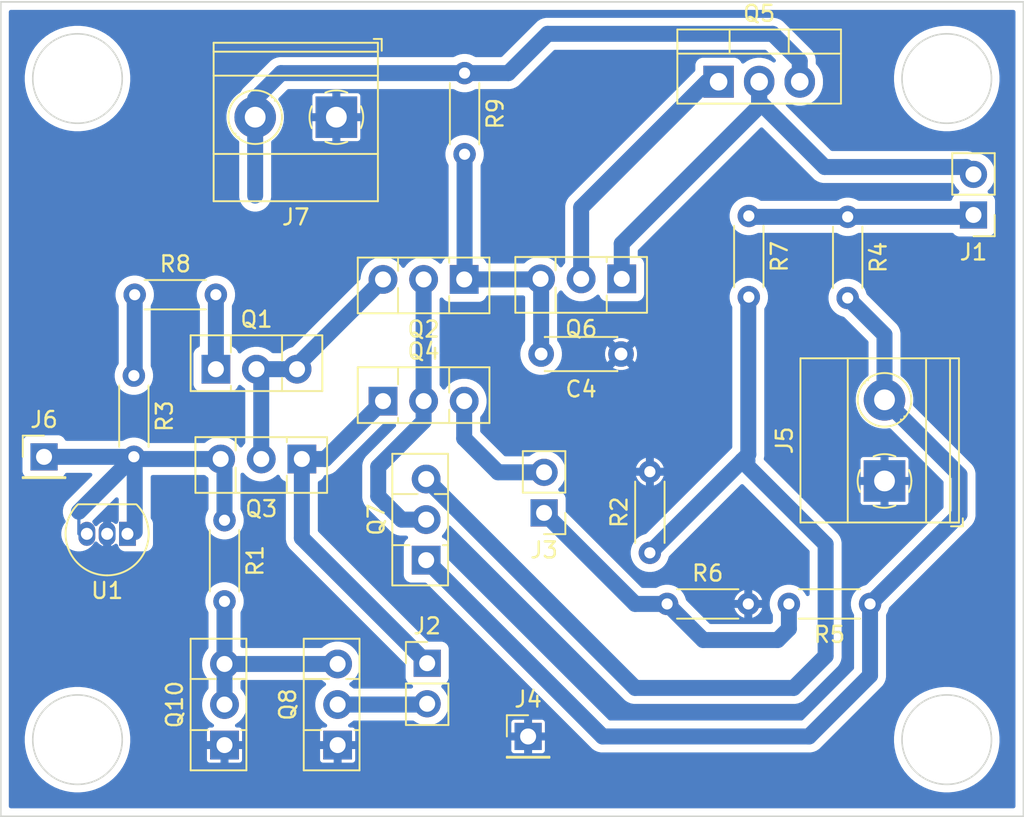
<source format=kicad_pcb>
(kicad_pcb (version 20241229) (generator "pcbnew") (generator_version "9.0")
  (layers (0 "F.Cu" signal) (2 "B.Cu" signal) (13 "F.Paste" user) (15 "B.Paste" user) (5 "F.SilkS" user "F.Silkscreen") (7 "B.SilkS" user "B.Silkscreen") (1 "F.Mask" user) (3 "B.Mask" user) (25 "Edge.Cuts" user))
  (net 0 "")
  (net 1 "Net-(Q2-E)")
  (net 2 "GND")
  (net 3 "Net-(J5-Pin_2)")
  (net 4 "Net-(J7-Pin_2)")
  (net 5 "Net-(J6-Pin_1)")
  (net 6 "Net-(J1-Pin_1)")
  (net 7 "Net-(Q1-B)")
  (net 8 "Net-(Q7-B)")
  (net 9 "Net-(Q10-B)")
  (net 10 "Net-(Q1-E)")
  (net 11 "Net-(Q2-C)")
  (net 12 "Net-(Q5-B)")
  (net 13 "Net-(J2-Pin_1)")
  (net 14 "Net-(J3-Pin_1)")
  (net 15 "Net-(J3-Pin_2)")
  (net 16 "Net-(J2-Pin_2)")
  (net 17 "Net-(J1-Pin_2)")
  (footprint "Resistor_THT:R_Axial_DIN0204_L3.6mm_D1.6mm_P5.08mm_Horizontal" (layer "F.Cu") (at 157.81158 56.406198 -90)
    (property "Reference" "R7" (at 2.54 -1.92 90) (layer "F.SilkS"))
    (property "Value" "470")
    (fp_line (start 0.62 0.92) (end 4.46 0.92) (stroke (width 0.12)) (layer "F.SilkS"))
    (fp_line (start 0.62 -0.92) (end 4.46 -0.92) (stroke (width 0.12)) (layer "F.SilkS"))
    (pad "1" thru_hole circle (at 0 0 270) (size 1.4 1.4) (drill 0.7) (layers "*.Cu" "*.Mask") (net 6 "Net-(J1-Pin_1)"))
    (pad "2" thru_hole oval (at 5.08 0 270) (size 1.4 1.4) (drill 0.7) (layers "*.Cu" "*.Mask") (net 8 "Net-(Q7-B)"))
  )
  (footprint "Connector_PinHeader_2.54mm:PinHeader_1x01_P2.54mm_Vertical" (layer "F.Cu") (at 144 89)
    (property "Reference" "J4" (at 0 -2.33 0) (layer "F.SilkS"))
    (property "Value" "gnd")
    (fp_line (start -1.33 -1.33) (end 0 -1.33) (stroke (width 0.12)) (layer "F.SilkS"))
    (fp_line (start -1.33 0) (end -1.33 -1.33) (stroke (width 0.12)) (layer "F.SilkS"))
    (fp_line (start -1.33 1.27) (end -1.33 1.33) (stroke (width 0.12)) (layer "F.SilkS"))
    (fp_line (start -1.33 1.27) (end 1.33 1.27) (stroke (width 0.12)) (layer "F.SilkS"))
    (fp_line (start -1.33 1.33) (end 1.33 1.33) (stroke (width 0.12)) (layer "F.SilkS"))
    (fp_line (start 1.33 1.27) (end 1.33 1.33) (stroke (width 0.12)) (layer "F.SilkS"))
    (pad "1" thru_hole rect (at 0 0) (size 1.7 1.7) (drill 1) (layers "*.Cu" "*.Mask") (net 2 "GND"))
  )
  (footprint "Connector_PinHeader_2.54mm:PinHeader_1x02_P2.54mm_Vertical" (layer "F.Cu") (at 171.873028 56.342226 180)
    (property "Reference" "J1" (at 0 -2.33 0) (layer "F.SilkS"))
    (property "Value" "I1")
    (fp_line (start 1.33 1.27) (end 1.33 3.87) (stroke (width 0.12)) (layer "F.SilkS"))
    (fp_line (start -1.33 3.87) (end 1.33 3.87) (stroke (width 0.12)) (layer "F.SilkS"))
    (fp_line (start -1.33 1.27) (end 1.33 1.27) (stroke (width 0.12)) (layer "F.SilkS"))
    (fp_line (start -1.33 1.27) (end -1.33 3.87) (stroke (width 0.12)) (layer "F.SilkS"))
    (fp_line (start -1.33 0) (end -1.33 -1.33) (stroke (width 0.12)) (layer "F.SilkS"))
    (fp_line (start -1.33 -1.33) (end 0 -1.33) (stroke (width 0.12)) (layer "F.SilkS"))
    (pad "1" thru_hole rect (at 0 0 180) (size 1.7 1.7) (drill 1) (layers "*.Cu" "*.Mask") (net 6 "Net-(J1-Pin_1)"))
    (pad "2" thru_hole oval (at 0 2.54 180) (size 1.7 1.7) (drill 1) (layers "*.Cu" "*.Mask") (net 17 "Net-(J1-Pin_2)"))
  )
  (footprint "Capacitor_THT:C_Disc_D4.3mm_W1.9mm_P5.00mm" (layer "F.Cu") (at 149.815442 65.052171 180)
    (property "Reference" "C4" (at 2.5 -2.2 0) (layer "F.SilkS"))
    (property "Value" "330n")
    (fp_line (start 4.77 1.055) (end 4.77 1.07) (stroke (width 0.12)) (layer "F.SilkS"))
    (fp_line (start 4.77 -1.07) (end 4.77 -1.055) (stroke (width 0.12)) (layer "F.SilkS"))
    (fp_line (start 0.23 1.07) (end 4.77 1.07) (stroke (width 0.12)) (layer "F.SilkS"))
    (fp_line (start 0.23 1.055) (end 0.23 1.07) (stroke (width 0.12)) (layer "F.SilkS"))
    (fp_line (start 0.23 -1.07) (end 4.77 -1.07) (stroke (width 0.12)) (layer "F.SilkS"))
    (fp_line (start 0.23 -1.07) (end 0.23 -1.055) (stroke (width 0.12)) (layer "F.SilkS"))
    (pad "1" thru_hole circle (at 0 0 180) (size 1.6 1.6) (drill 0.8) (layers "*.Cu" "*.Mask") (net 2 "GND"))
    (pad "2" thru_hole circle (at 5 0 180) (size 1.6 1.6) (drill 0.8) (layers "*.Cu" "*.Mask") (net 11 "Net-(Q2-C)"))
  )
  (footprint "Package_TO_SOT_THT:TO-126-3_Vertical" (layer "F.Cu") (at 125 89.54 90)
    (property "Reference" "Q10" (at 2.54 -3.12 90) (layer "F.SilkS"))
    (property "Value" "BD139")
    (fp_line (start 6.66 -2.12) (end 6.66 1.37) (stroke (width 0.12)) (layer "F.SilkS"))
    (fp_line (start 4.141 -2.12) (end 4.141 -0.54) (stroke (width 0.12)) (layer "F.SilkS"))
    (fp_line (start 0.94 -2.12) (end 0.94 -1.05) (stroke (width 0.12)) (layer "F.SilkS"))
    (fp_line (start -1.58 -2.12) (end 6.66 -2.12) (stroke (width 0.12)) (layer "F.SilkS"))
    (fp_line (start -1.58 -2.12) (end -1.58 1.37) (stroke (width 0.12)) (layer "F.SilkS"))
    (fp_line (start 4.141 0.54) (end 4.141 1.37) (stroke (width 0.12)) (layer "F.SilkS"))
    (fp_line (start 0.94 1.05) (end 0.94 1.37) (stroke (width 0.12)) (layer "F.SilkS"))
    (fp_line (start -1.58 1.37) (end 6.66 1.37) (stroke (width 0.12)) (layer "F.SilkS"))
    (pad "1" thru_hole rect (at 0 0 90) (size 1.8 1.8) (drill 1) (layers "*.Cu" "*.Mask") (net 2 "GND"))
    (pad "2" thru_hole oval (at 2.54 0 90) (size 1.8 1.8) (drill 1) (layers "*.Cu" "*.Mask") (net 9 "Net-(Q10-B)"))
    (pad "3" thru_hole oval (at 5.08 0 90) (size 1.8 1.8) (drill 1) (layers "*.Cu" "*.Mask") (net 9 "Net-(Q10-B)"))
  )
  (footprint "Connector_PinHeader_2.54mm:PinHeader_1x02_P2.54mm_Vertical" (layer "F.Cu") (at 145 75 180)
    (property "Reference" "J3" (at 0 -2.33 0) (layer "F.SilkS"))
    (property "Value" "I3")
    (fp_line (start 1.33 1.27) (end 1.33 3.87) (stroke (width 0.12)) (layer "F.SilkS"))
    (fp_line (start -1.33 3.87) (end 1.33 3.87) (stroke (width 0.12)) (layer "F.SilkS"))
    (fp_line (start -1.33 1.27) (end 1.33 1.27) (stroke (width 0.12)) (layer "F.SilkS"))
    (fp_line (start -1.33 1.27) (end -1.33 3.87) (stroke (width 0.12)) (layer "F.SilkS"))
    (fp_line (start -1.33 0) (end -1.33 -1.33) (stroke (width 0.12)) (layer "F.SilkS"))
    (fp_line (start -1.33 -1.33) (end 0 -1.33) (stroke (width 0.12)) (layer "F.SilkS"))
    (pad "1" thru_hole rect (at 0 0 180) (size 1.7 1.7) (drill 1) (layers "*.Cu" "*.Mask") (net 14 "Net-(J3-Pin_1)"))
    (pad "2" thru_hole oval (at 0 2.54 180) (size 1.7 1.7) (drill 1) (layers "*.Cu" "*.Mask") (net 15 "Net-(J3-Pin_2)"))
  )
  (footprint "TerminalBlock_Phoenix:TerminalBlock_Phoenix_MKDS-1,5-2-5.08_1x02_P5.08mm_Horizontal" (layer "F.Cu") (at 132 50.22 180)
    (property "Reference" "J7" (at 2.54 -6.26 0) (layer "F.SilkS"))
    (property "Value" "in")
    (fp_line (start 7.68 -5.261) (end 7.68 4.66) (stroke (width 0.12)) (layer "F.SilkS"))
    (fp_line (start 6.355 -1.069) (end 6.308 -1.023) (stroke (width 0.12)) (layer "F.SilkS"))
    (fp_line (start 6.15 -1.275) (end 6.115 -1.239) (stroke (width 0.12)) (layer "F.SilkS"))
    (fp_line (start 4.046 1.239) (end 4.011 1.274) (stroke (width 0.12)) (layer "F.SilkS"))
    (fp_line (start 3.853 1.023) (end 3.806 1.069) (stroke (width 0.12)) (layer "F.SilkS"))
    (fp_line (start -2.6 4.66) (end 7.68 4.66) (stroke (width 0.12)) (layer "F.SilkS"))
    (fp_line (start -2.6 4.1) (end 7.68 4.1) (stroke (width 0.12)) (layer "F.SilkS"))
    (fp_line (start -2.6 2.6) (end 7.68 2.6) (stroke (width 0.12)) (layer "F.SilkS"))
    (fp_line (start -2.6 -2.301) (end 7.68 -2.301) (stroke (width 0.12)) (layer "F.SilkS"))
    (fp_line (start -2.6 -5.261) (end 7.68 -5.261) (stroke (width 0.12)) (layer "F.SilkS"))
    (fp_line (start -2.6 -5.261) (end -2.6 4.66) (stroke (width 0.12)) (layer "F.SilkS"))
    (fp_line (start -2.84 4.9) (end -2.34 4.9) (stroke (width 0.12)) (layer "F.SilkS"))
    (fp_line (start -2.84 4.16) (end -2.84 4.9) (stroke (width 0.12)) (layer "F.SilkS"))
    (fp_arc (start 1.535427 -0.683042) (mid 1.680501 0.000524) (end 1.535 0.684) (stroke (width 0.12)) (layer "F.SilkS"))
    (fp_arc (start 0.683318 1.534756) (mid 0.349292 1.643288) (end 0 1.68) (stroke (width 0.12)) (layer "F.SilkS"))
    (fp_arc (start 0.028805 1.680253) (mid -0.335551 1.646659) (end -0.684 1.535) (stroke (width 0.12)) (layer "F.SilkS"))
    (fp_arc (start -0.683042 -1.535427) (mid 0.000524 -1.680501) (end 0.684 -1.535) (stroke (width 0.12)) (layer "F.SilkS"))
    (fp_arc (start -1.535427 0.683042) (mid -1.680501 -0.000524) (end -1.535 -0.684) (stroke (width 0.12)) (layer "F.SilkS"))
    (fp_circle (center 5.08 0) (end 6.76 0) (stroke (width 0.12)) (fill no) (layer "F.SilkS"))
    (pad "1" thru_hole rect (at 0 0 180) (size 2.6 2.6) (drill 1.3) (layers "*.Cu" "*.Mask") (net 2 "GND"))
    (pad "2" thru_hole circle (at 5.08 0 180) (size 2.6 2.6) (drill 1.3) (layers "*.Cu" "*.Mask") (net 4 "Net-(J7-Pin_2)"))
  )
  (footprint "Resistor_THT:R_Axial_DIN0204_L3.6mm_D1.6mm_P5.08mm_Horizontal" (layer "F.Cu") (at 140.024854 47.46 -90)
    (property "Reference" "R9" (at 2.54 -1.92 90) (layer "F.SilkS"))
    (property "Value" "100")
    (fp_line (start 0.62 0.92) (end 4.46 0.92) (stroke (width 0.12)) (layer "F.SilkS"))
    (fp_line (start 0.62 -0.92) (end 4.46 -0.92) (stroke (width 0.12)) (layer "F.SilkS"))
    (pad "1" thru_hole circle (at 0 0 270) (size 1.4 1.4) (drill 0.7) (layers "*.Cu" "*.Mask") (net 4 "Net-(J7-Pin_2)"))
    (pad "2" thru_hole oval (at 5.08 0 270) (size 1.4 1.4) (drill 0.7) (layers "*.Cu" "*.Mask") (net 1 "Net-(Q2-E)"))
  )
  (footprint "Package_TO_SOT_THT:TO-220-3_Vertical" (layer "F.Cu") (at 155.92 48)
    (property "Reference" "Q5" (at 2.54 -4.27 0) (layer "F.SilkS"))
    (property "Value" "TIP42C")
    (fp_line (start -2.58 -3.27) (end -2.58 1.371) (stroke (width 0.12)) (layer "F.SilkS"))
    (fp_line (start -2.58 -3.27) (end 7.66 -3.27) (stroke (width 0.12)) (layer "F.SilkS"))
    (fp_line (start -2.58 -1.76) (end 7.66 -1.76) (stroke (width 0.12)) (layer "F.SilkS"))
    (fp_line (start -2.58 1.371) (end 7.66 1.371) (stroke (width 0.12)) (layer "F.SilkS"))
    (fp_line (start 0.69 -3.27) (end 0.69 -1.76) (stroke (width 0.12)) (layer "F.SilkS"))
    (fp_line (start 4.391 -3.27) (end 4.391 -1.76) (stroke (width 0.12)) (layer "F.SilkS"))
    (fp_line (start 7.66 -3.27) (end 7.66 1.371) (stroke (width 0.12)) (layer "F.SilkS"))
    (pad "1" thru_hole rect (at 0 0) (size 1.905 2) (drill 1.1) (layers "*.Cu" "*.Mask") (net 12 "Net-(Q5-B)"))
    (pad "2" thru_hole oval (at 2.54 0) (size 1.905 2) (drill 1.1) (layers "*.Cu" "*.Mask") (net 17 "Net-(J1-Pin_2)"))
    (pad "3" thru_hole oval (at 5.08 0) (size 1.905 2) (drill 1.1) (layers "*.Cu" "*.Mask") (net 4 "Net-(J7-Pin_2)"))
  )
  (footprint "Connector_PinHeader_2.54mm:PinHeader_1x01_P2.54mm_Vertical" (layer "F.Cu") (at 113.705773 71.490433)
    (property "Reference" "J6" (at 0 -2.33 0) (layer "F.SilkS"))
    (property "Value" "V1")
    (fp_line (start -1.33 -1.33) (end 0 -1.33) (stroke (width 0.12)) (layer "F.SilkS"))
    (fp_line (start -1.33 0) (end -1.33 -1.33) (stroke (width 0.12)) (layer "F.SilkS"))
    (fp_line (start -1.33 1.27) (end -1.33 1.33) (stroke (width 0.12)) (layer "F.SilkS"))
    (fp_line (start -1.33 1.27) (end 1.33 1.27) (stroke (width 0.12)) (layer "F.SilkS"))
    (fp_line (start -1.33 1.33) (end 1.33 1.33) (stroke (width 0.12)) (layer "F.SilkS"))
    (fp_line (start 1.33 1.27) (end 1.33 1.33) (stroke (width 0.12)) (layer "F.SilkS"))
    (pad "1" thru_hole rect (at 0 0) (size 1.7 1.7) (drill 1) (layers "*.Cu" "*.Mask") (net 5 "Net-(J6-Pin_1)"))
  )
  (footprint "Package_TO_SOT_THT:TO-126-3_Vertical" (layer "F.Cu") (at 129.84 71.625 180)
    (property "Reference" "Q3" (at 2.54 -3.12 0) (layer "F.SilkS"))
    (property "Value" "BD139")
    (fp_line (start 6.66 -2.12) (end 6.66 1.37) (stroke (width 0.12)) (layer "F.SilkS"))
    (fp_line (start 4.141 0.54) (end 4.141 1.37) (stroke (width 0.12)) (layer "F.SilkS"))
    (fp_line (start 4.141 -2.12) (end 4.141 -0.54) (stroke (width 0.12)) (layer "F.SilkS"))
    (fp_line (start 0.94 1.05) (end 0.94 1.37) (stroke (width 0.12)) (layer "F.SilkS"))
    (fp_line (start 0.94 -2.12) (end 0.94 -1.05) (stroke (width 0.12)) (layer "F.SilkS"))
    (fp_line (start -1.58 1.37) (end 6.66 1.37) (stroke (width 0.12)) (layer "F.SilkS"))
    (fp_line (start -1.58 -2.12) (end 6.66 -2.12) (stroke (width 0.12)) (layer "F.SilkS"))
    (fp_line (start -1.58 -2.12) (end -1.58 1.37) (stroke (width 0.12)) (layer "F.SilkS"))
    (pad "1" thru_hole rect (at 0 0 180) (size 1.8 1.8) (drill 1) (layers "*.Cu" "*.Mask") (net 13 "Net-(J2-Pin_1)"))
    (pad "2" thru_hole oval (at 2.54 0 180) (size 1.8 1.8) (drill 1) (layers "*.Cu" "*.Mask") (net 7 "Net-(Q1-B)"))
    (pad "3" thru_hole oval (at 5.08 0 180) (size 1.8 1.8) (drill 1) (layers "*.Cu" "*.Mask") (net 5 "Net-(J6-Pin_1)"))
  )
  (footprint "Package_TO_SOT_THT:TO-126-3_Vertical" (layer "F.Cu") (at 137.62 77.96 90)
    (property "Reference" "Q7" (at 2.54 -3.12 90) (layer "F.SilkS"))
    (property "Value" "BD139")
    (fp_line (start 6.66 -2.12) (end 6.66 1.37) (stroke (width 0.12)) (layer "F.SilkS"))
    (fp_line (start 4.141 -2.12) (end 4.141 -0.54) (stroke (width 0.12)) (layer "F.SilkS"))
    (fp_line (start 0.94 -2.12) (end 0.94 -1.05) (stroke (width 0.12)) (layer "F.SilkS"))
    (fp_line (start -1.58 -2.12) (end 6.66 -2.12) (stroke (width 0.12)) (layer "F.SilkS"))
    (fp_line (start -1.58 -2.12) (end -1.58 1.37) (stroke (width 0.12)) (layer "F.SilkS"))
    (fp_line (start 4.141 0.54) (end 4.141 1.37) (stroke (width 0.12)) (layer "F.SilkS"))
    (fp_line (start 0.94 1.05) (end 0.94 1.37) (stroke (width 0.12)) (layer "F.SilkS"))
    (fp_line (start -1.58 1.37) (end 6.66 1.37) (stroke (width 0.12)) (layer "F.SilkS"))
    (pad "1" thru_hole rect (at 0 0 90) (size 1.8 1.8) (drill 1) (layers "*.Cu" "*.Mask") (net 3 "Net-(J5-Pin_2)"))
    (pad "2" thru_hole oval (at 2.54 0 90) (size 1.8 1.8) (drill 1) (layers "*.Cu" "*.Mask") (net 11 "Net-(Q2-C)"))
    (pad "3" thru_hole oval (at 5.08 0 90) (size 1.8 1.8) (drill 1) (layers "*.Cu" "*.Mask") (net 8 "Net-(Q7-B)"))
  )
  (footprint "Resistor_THT:R_Axial_DIN0204_L3.6mm_D1.6mm_P5.08mm_Horizontal" (layer "F.Cu") (at 152.7 80.7)
    (property "Reference" "R6" (at 2.54 -1.92 0) (layer "F.SilkS"))
    (property "Value" "470")
    (fp_line (start 0.62 -0.92) (end 4.46 -0.92) (stroke (width 0.12)) (layer "F.SilkS"))
    (fp_line (start 0.62 0.92) (end 4.46 0.92) (stroke (width 0.12)) (layer "F.SilkS"))
    (pad "1" thru_hole circle (at 0 0) (size 1.4 1.4) (drill 0.7) (layers "*.Cu" "*.Mask") (net 14 "Net-(J3-Pin_1)"))
    (pad "2" thru_hole oval (at 5.08 0) (size 1.4 1.4) (drill 0.7) (layers "*.Cu" "*.Mask") (net 2 "GND"))
  )
  (footprint "Resistor_THT:R_Axial_DIN0204_L3.6mm_D1.6mm_P5.08mm_Horizontal" (layer "F.Cu") (at 119.38 61.336982)
    (property "Reference" "R8" (at 2.54 -1.92 0) (layer "F.SilkS"))
    (property "Value" "100")
    (fp_line (start 0.62 -0.92) (end 4.46 -0.92) (stroke (width 0.12)) (layer "F.SilkS"))
    (fp_line (start 0.62 0.92) (end 4.46 0.92) (stroke (width 0.12)) (layer "F.SilkS"))
    (pad "1" thru_hole circle (at 0 0) (size 1.4 1.4) (drill 0.7) (layers "*.Cu" "*.Mask") (net 4 "Net-(J7-Pin_2)"))
    (pad "2" thru_hole oval (at 5.08 0) (size 1.4 1.4) (drill 0.7) (layers "*.Cu" "*.Mask") (net 10 "Net-(Q1-E)"))
  )
  (footprint "Package_TO_SOT_THT:TO-126-3_Vertical" (layer "F.Cu") (at 140 60.38 180)
    (property "Reference" "Q2" (at 2.54 -3.12 0) (layer "F.SilkS"))
    (property "Value" "BD140")
    (fp_line (start 6.66 -2.12) (end 6.66 1.37) (stroke (width 0.12)) (layer "F.SilkS"))
    (fp_line (start 4.141 0.54) (end 4.141 1.37) (stroke (width 0.12)) (layer "F.SilkS"))
    (fp_line (start 4.141 -2.12) (end 4.141 -0.54) (stroke (width 0.12)) (layer "F.SilkS"))
    (fp_line (start 0.94 1.05) (end 0.94 1.37) (stroke (width 0.12)) (layer "F.SilkS"))
    (fp_line (start 0.94 -2.12) (end 0.94 -1.05) (stroke (width 0.12)) (layer "F.SilkS"))
    (fp_line (start -1.58 1.37) (end 6.66 1.37) (stroke (width 0.12)) (layer "F.SilkS"))
    (fp_line (start -1.58 -2.12) (end 6.66 -2.12) (stroke (width 0.12)) (layer "F.SilkS"))
    (fp_line (start -1.58 -2.12) (end -1.58 1.37) (stroke (width 0.12)) (layer "F.SilkS"))
    (pad "1" thru_hole rect (at 0 0 180) (size 1.8 1.8) (drill 1) (layers "*.Cu" "*.Mask") (net 1 "Net-(Q2-E)"))
    (pad "2" thru_hole oval (at 2.54 0 180) (size 1.8 1.8) (drill 1) (layers "*.Cu" "*.Mask") (net 11 "Net-(Q2-C)"))
    (pad "3" thru_hole oval (at 5.08 0 180) (size 1.8 1.8) (drill 1) (layers "*.Cu" "*.Mask") (net 7 "Net-(Q1-B)"))
  )
  (footprint "Package_TO_SOT_THT:TO-126-3_Vertical" (layer "F.Cu") (at 124.46 66)
    (property "Reference" "Q1" (at 2.54 -3.12 0) (layer "F.SilkS"))
    (property "Value" "BD140")
    (fp_line (start -1.58 -2.12) (end -1.58 1.37) (stroke (width 0.12)) (layer "F.SilkS"))
    (fp_line (start -1.58 -2.12) (end 6.66 -2.12) (stroke (width 0.12)) (layer "F.SilkS"))
    (fp_line (start -1.58 1.37) (end 6.66 1.37) (stroke (width 0.12)) (layer "F.SilkS"))
    (fp_line (start 0.94 -2.12) (end 0.94 -1.05) (stroke (width 0.12)) (layer "F.SilkS"))
    (fp_line (start 0.94 1.05) (end 0.94 1.37) (stroke (width 0.12)) (layer "F.SilkS"))
    (fp_line (start 4.141 -2.12) (end 4.141 -0.54) (stroke (width 0.12)) (layer "F.SilkS"))
    (fp_line (start 4.141 0.54) (end 4.141 1.37) (stroke (width 0.12)) (layer "F.SilkS"))
    (fp_line (start 6.66 -2.12) (end 6.66 1.37) (stroke (width 0.12)) (layer "F.SilkS"))
    (pad "1" thru_hole rect (at 0 0) (size 1.8 1.8) (drill 1) (layers "*.Cu" "*.Mask") (net 10 "Net-(Q1-E)"))
    (pad "2" thru_hole oval (at 2.54 0) (size 1.8 1.8) (drill 1) (layers "*.Cu" "*.Mask") (net 7 "Net-(Q1-B)"))
    (pad "3" thru_hole oval (at 5.08 0) (size 1.8 1.8) (drill 1) (layers "*.Cu" "*.Mask") (net 7 "Net-(Q1-B)"))
  )
  (footprint "Resistor_THT:R_Axial_DIN0204_L3.6mm_D1.6mm_P5.08mm_Horizontal" (layer "F.Cu") (at 165.4 80.7 180)
    (property "Reference" "R5" (at 2.54 -1.92 0) (layer "F.SilkS"))
    (property "Value" "470")
    (fp_line (start 0.62 0.92) (end 4.46 0.92) (stroke (width 0.12)) (layer "F.SilkS"))
    (fp_line (start 0.62 -0.92) (end 4.46 -0.92) (stroke (width 0.12)) (layer "F.SilkS"))
    (pad "1" thru_hole circle (at 0 0 180) (size 1.4 1.4) (drill 0.7) (layers "*.Cu" "*.Mask") (net 3 "Net-(J5-Pin_2)"))
    (pad "2" thru_hole oval (at 5.08 0 180) (size 1.4 1.4) (drill 0.7) (layers "*.Cu" "*.Mask") (net 14 "Net-(J3-Pin_1)"))
  )
  (footprint "Resistor_THT:R_Axial_DIN0204_L3.6mm_D1.6mm_P5.08mm_Horizontal" (layer "F.Cu") (at 119.328244 66.403724 -90)
    (property "Reference" "R3" (at 2.54 -1.92 90) (layer "F.SilkS"))
    (property "Value" "470")
    (fp_line (start 0.62 0.92) (end 4.46 0.92) (stroke (width 0.12)) (layer "F.SilkS"))
    (fp_line (start 0.62 -0.92) (end 4.46 -0.92) (stroke (width 0.12)) (layer "F.SilkS"))
    (pad "1" thru_hole circle (at 0 0 270) (size 1.4 1.4) (drill 0.7) (layers "*.Cu" "*.Mask") (net 4 "Net-(J7-Pin_2)"))
    (pad "2" thru_hole oval (at 5.08 0 270) (size 1.4 1.4) (drill 0.7) (layers "*.Cu" "*.Mask") (net 5 "Net-(J6-Pin_1)"))
  )
  (footprint "Package_TO_SOT_THT:TO-92_Inline" (layer "F.Cu") (at 118.925304 76.310539 180)
    (property "Reference" "U1" (at 1.27 -3.56 0) (layer "F.SilkS"))
    (property "Value" "TL431LP")
    (fp_line (start -0.53 1.85) (end 3.07 1.85) (stroke (width 0.12)) (layer "F.SilkS"))
    (fp_arc (start 1.27 -2.6) (mid 3.672087 -0.994977) (end 3.108478 1.838478) (stroke (width 0.12)) (layer "F.SilkS"))
    (fp_arc (start -0.568478 1.838478) (mid -1.132087 -0.994977) (end 1.27 -2.6) (stroke (width 0.12)) (layer "F.SilkS"))
    (pad "1" thru_hole rect (at 0 0 180) (size 1.05 1.5) (drill 0.75) (layers "*.Cu" "*.Mask") (net 5 "Net-(J6-Pin_1)"))
    (pad "2" thru_hole oval (at 1.27 0 180) (size 1.05 1.5) (drill 0.75) (layers "*.Cu" "*.Mask") (net 2 "GND"))
    (pad "3" thru_hole oval (at 2.54 0 180) (size 1.05 1.5) (drill 0.75) (layers "*.Cu" "*.Mask") (net 5 "Net-(J6-Pin_1)"))
  )
  (footprint "Package_TO_SOT_THT:TO-126-3_Vertical" (layer "F.Cu") (at 132.08 89.54 90)
    (property "Reference" "Q8" (at 2.54 -3.12 90) (layer "F.SilkS"))
    (property "Value" "BD139")
    (fp_line (start 6.66 -2.12) (end 6.66 1.37) (stroke (width 0.12)) (layer "F.SilkS"))
    (fp_line (start 4.141 -2.12) (end 4.141 -0.54) (stroke (width 0.12)) (layer "F.SilkS"))
    (fp_line (start 0.94 -2.12) (end 0.94 -1.05) (stroke (width 0.12)) (layer "F.SilkS"))
    (fp_line (start -1.58 -2.12) (end 6.66 -2.12) (stroke (width 0.12)) (layer "F.SilkS"))
    (fp_line (start -1.58 -2.12) (end -1.58 1.37) (stroke (width 0.12)) (layer "F.SilkS"))
    (fp_line (start 4.141 0.54) (end 4.141 1.37) (stroke (width 0.12)) (layer "F.SilkS"))
    (fp_line (start 0.94 1.05) (end 0.94 1.37) (stroke (width 0.12)) (layer "F.SilkS"))
    (fp_line (start -1.58 1.37) (end 6.66 1.37) (stroke (width 0.12)) (layer "F.SilkS"))
    (pad "1" thru_hole rect (at 0 0 90) (size 1.8 1.8) (drill 1) (layers "*.Cu" "*.Mask") (net 2 "GND"))
    (pad "2" thru_hole oval (at 2.54 0 90) (size 1.8 1.8) (drill 1) (layers "*.Cu" "*.Mask") (net 16 "Net-(J2-Pin_2)"))
    (pad "3" thru_hole oval (at 5.08 0 90) (size 1.8 1.8) (drill 1) (layers "*.Cu" "*.Mask") (net 9 "Net-(Q10-B)"))
  )
  (footprint "Connector_PinHeader_2.54mm:PinHeader_1x02_P2.54mm_Vertical" (layer "F.Cu") (at 137.683496 84.412275)
    (property "Reference" "J2" (at 0 -2.33 0) (layer "F.SilkS"))
    (property "Value" "I2")
    (fp_line (start -1.33 -1.33) (end 0 -1.33) (stroke (width 0.12)) (layer "F.SilkS"))
    (fp_line (start -1.33 0) (end -1.33 -1.33) (stroke (width 0.12)) (layer "F.SilkS"))
    (fp_line (start -1.33 1.27) (end -1.33 3.87) (stroke (width 0.12)) (layer "F.SilkS"))
    (fp_line (start -1.33 1.27) (end 1.33 1.27) (stroke (width 0.12)) (layer "F.SilkS"))
    (fp_line (start -1.33 3.87) (end 1.33 3.87) (stroke (width 0.12)) (layer "F.SilkS"))
    (fp_line (start 1.33 1.27) (end 1.33 3.87) (stroke (width 0.12)) (layer "F.SilkS"))
    (pad "1" thru_hole rect (at 0 0) (size 1.7 1.7) (drill 1) (layers "*.Cu" "*.Mask") (net 13 "Net-(J2-Pin_1)"))
    (pad "2" thru_hole oval (at 0 2.54) (size 1.7 1.7) (drill 1) (layers "*.Cu" "*.Mask") (net 16 "Net-(J2-Pin_2)"))
  )
  (footprint "Package_TO_SOT_THT:TO-126-3_Vertical" (layer "F.Cu") (at 149.86 60.346231 180)
    (property "Reference" "Q6" (at 2.54 -3.12 0) (layer "F.SilkS"))
    (property "Value" "BD139")
    (fp_line (start 6.66 -2.12) (end 6.66 1.37) (stroke (width 0.12)) (layer "F.SilkS"))
    (fp_line (start 4.141 0.54) (end 4.141 1.37) (stroke (width 0.12)) (layer "F.SilkS"))
    (fp_line (start 4.141 -2.12) (end 4.141 -0.54) (stroke (width 0.12)) (layer "F.SilkS"))
    (fp_line (start 0.94 1.05) (end 0.94 1.37) (stroke (width 0.12)) (layer "F.SilkS"))
    (fp_line (start 0.94 -2.12) (end 0.94 -1.05) (stroke (width 0.12)) (layer "F.SilkS"))
    (fp_line (start -1.58 1.37) (end 6.66 1.37) (stroke (width 0.12)) (layer "F.SilkS"))
    (fp_line (start -1.58 -2.12) (end 6.66 -2.12) (stroke (width 0.12)) (layer "F.SilkS"))
    (fp_line (start -1.58 -2.12) (end -1.58 1.37) (stroke (width 0.12)) (layer "F.SilkS"))
    (pad "1" thru_hole rect (at 0 0 180) (size 1.8 1.8) (drill 1) (layers "*.Cu" "*.Mask") (net 17 "Net-(J1-Pin_2)"))
    (pad "2" thru_hole oval (at 2.54 0 180) (size 1.8 1.8) (drill 1) (layers "*.Cu" "*.Mask") (net 12 "Net-(Q5-B)"))
    (pad "3" thru_hole oval (at 5.08 0 180) (size 1.8 1.8) (drill 1) (layers "*.Cu" "*.Mask") (net 11 "Net-(Q2-C)"))
  )
  (footprint "Package_TO_SOT_THT:TO-126-3_Vertical" (layer "F.Cu") (at 134.92 68)
    (property "Reference" "Q4" (at 2.54 -3.12 0) (layer "F.SilkS"))
    (property "Value" "BD139")
    (fp_line (start -1.58 -2.12) (end -1.58 1.37) (stroke (width 0.12)) (layer "F.SilkS"))
    (fp_line (start -1.58 -2.12) (end 6.66 -2.12) (stroke (width 0.12)) (layer "F.SilkS"))
    (fp_line (start -1.58 1.37) (end 6.66 1.37) (stroke (width 0.12)) (layer "F.SilkS"))
    (fp_line (start 0.94 -2.12) (end 0.94 -1.05) (stroke (width 0.12)) (layer "F.SilkS"))
    (fp_line (start 0.94 1.05) (end 0.94 1.37) (stroke (width 0.12)) (layer "F.SilkS"))
    (fp_line (start 4.141 -2.12) (end 4.141 -0.54) (stroke (width 0.12)) (layer "F.SilkS"))
    (fp_line (start 4.141 0.54) (end 4.141 1.37) (stroke (width 0.12)) (layer "F.SilkS"))
    (fp_line (start 6.66 -2.12) (end 6.66 1.37) (stroke (width 0.12)) (layer "F.SilkS"))
    (pad "1" thru_hole rect (at 0 0) (size 1.8 1.8) (drill 1) (layers "*.Cu" "*.Mask") (net 13 "Net-(J2-Pin_1)"))
    (pad "2" thru_hole oval (at 2.54 0) (size 1.8 1.8) (drill 1) (layers "*.Cu" "*.Mask") (net 11 "Net-(Q2-C)"))
    (pad "3" thru_hole oval (at 5.08 0) (size 1.8 1.8) (drill 1) (layers "*.Cu" "*.Mask") (net 15 "Net-(J3-Pin_2)"))
  )
  (footprint "Resistor_THT:R_Axial_DIN0204_L3.6mm_D1.6mm_P5.08mm_Horizontal" (layer "F.Cu") (at 125 75.46 -90)
    (property "Reference" "R1" (at 2.54 -1.92 90) (layer "F.SilkS"))
    (property "Value" "390")
    (fp_line (start 0.62 0.92) (end 4.46 0.92) (stroke (width 0.12)) (layer "F.SilkS"))
    (fp_line (start 0.62 -0.92) (end 4.46 -0.92) (stroke (width 0.12)) (layer "F.SilkS"))
    (pad "1" thru_hole circle (at 0 0 270) (size 1.4 1.4) (drill 0.7) (layers "*.Cu" "*.Mask") (net 5 "Net-(J6-Pin_1)"))
    (pad "2" thru_hole oval (at 5.08 0 270) (size 1.4 1.4) (drill 0.7) (layers "*.Cu" "*.Mask") (net 9 "Net-(Q10-B)"))
  )
  (footprint "Resistor_THT:R_Axial_DIN0204_L3.6mm_D1.6mm_P5.08mm_Horizontal" (layer "F.Cu") (at 151.62 77.5 90)
    (property "Reference" "R2" (at 2.54 -1.92 90) (layer "F.SilkS"))
    (property "Value" "1k")
    (fp_line (start 0.62 -0.92) (end 4.46 -0.92) (stroke (width 0.12)) (layer "F.SilkS"))
    (fp_line (start 0.62 0.92) (end 4.46 0.92) (stroke (width 0.12)) (layer "F.SilkS"))
    (pad "1" thru_hole circle (at 0 0 90) (size 1.4 1.4) (drill 0.7) (layers "*.Cu" "*.Mask") (net 8 "Net-(Q7-B)"))
    (pad "2" thru_hole oval (at 5.08 0 90) (size 1.4 1.4) (drill 0.7) (layers "*.Cu" "*.Mask") (net 2 "GND"))
  )
  (footprint "Resistor_THT:R_Axial_DIN0204_L3.6mm_D1.6mm_P5.08mm_Horizontal" (layer "F.Cu") (at 164 56.46 -90)
    (property "Reference" "R4" (at 2.54 -1.92 90) (layer "F.SilkS"))
    (property "Value" "2")
    (fp_line (start 0.62 0.92) (end 4.46 0.92) (stroke (width 0.12)) (layer "F.SilkS"))
    (fp_line (start 0.62 -0.92) (end 4.46 -0.92) (stroke (width 0.12)) (layer "F.SilkS"))
    (pad "1" thru_hole circle (at 0 0 270) (size 1.4 1.4) (drill 0.7) (layers "*.Cu" "*.Mask") (net 6 "Net-(J1-Pin_1)"))
    (pad "2" thru_hole oval (at 5.08 0 270) (size 1.4 1.4) (drill 0.7) (layers "*.Cu" "*.Mask") (net 3 "Net-(J5-Pin_2)"))
  )
  (footprint "TerminalBlock_Phoenix:TerminalBlock_Phoenix_MKDS-1,5-2-5.08_1x02_P5.08mm_Horizontal" (layer "F.Cu") (at 166.305 73 90)
    (property "Reference" "J5" (at 2.54 -6.26 90) (layer "F.SilkS"))
    (property "Value" "out")
    (fp_line (start 7.68 -5.261) (end 7.68 4.66) (stroke (width 0.12)) (layer "F.SilkS"))
    (fp_line (start -2.6 -5.261) (end 7.68 -5.261) (stroke (width 0.12)) (layer "F.SilkS"))
    (fp_line (start -2.6 -5.261) (end -2.6 4.66) (stroke (width 0.12)) (layer "F.SilkS"))
    (fp_line (start -2.6 -2.301) (end 7.68 -2.301) (stroke (width 0.12)) (layer "F.SilkS"))
    (fp_line (start 6.15 -1.275) (end 6.115 -1.239) (stroke (width 0.12)) (layer "F.SilkS"))
    (fp_line (start 6.355 -1.069) (end 6.308 -1.023) (stroke (width 0.12)) (layer "F.SilkS"))
    (fp_line (start 3.853 1.023) (end 3.806 1.069) (stroke (width 0.12)) (layer "F.SilkS"))
    (fp_line (start 4.046 1.239) (end 4.011 1.274) (stroke (width 0.12)) (layer "F.SilkS"))
    (fp_line (start -2.6 2.6) (end 7.68 2.6) (stroke (width 0.12)) (layer "F.SilkS"))
    (fp_line (start -2.6 4.1) (end 7.68 4.1) (stroke (width 0.12)) (layer "F.SilkS"))
    (fp_line (start -2.84 4.16) (end -2.84 4.9) (stroke (width 0.12)) (layer "F.SilkS"))
    (fp_line (start -2.6 4.66) (end 7.68 4.66) (stroke (width 0.12)) (layer "F.SilkS"))
    (fp_line (start -2.84 4.9) (end -2.34 4.9) (stroke (width 0.12)) (layer "F.SilkS"))
    (fp_arc (start -0.683042 -1.535427) (mid 0.000524 -1.680501) (end 0.684 -1.535) (stroke (width 0.12)) (layer "F.SilkS"))
    (fp_arc (start 1.535427 -0.683042) (mid 1.680501 0.000524) (end 1.535 0.684) (stroke (width 0.12)) (layer "F.SilkS"))
    (fp_arc (start -1.535427 0.683042) (mid -1.680501 -0.000524) (end -1.535 -0.684) (stroke (width 0.12)) (layer "F.SilkS"))
    (fp_arc (start 0.683318 1.534756) (mid 0.349292 1.643288) (end 0 1.68) (stroke (width 0.12)) (layer "F.SilkS"))
    (fp_arc (start 0.028805 1.680253) (mid -0.335551 1.646659) (end -0.684 1.535) (stroke (width 0.12)) (layer "F.SilkS"))
    (fp_circle (center 5.08 0) (end 6.76 0) (stroke (width 0.12)) (fill no) (layer "F.SilkS"))
    (pad "1" thru_hole rect (at 0 0 90) (size 2.6 2.6) (drill 1.3) (layers "*.Cu" "*.Mask") (net 2 "GND"))
    (pad "2" thru_hole circle (at 5.08 0 90) (size 2.6 2.6) (drill 1.3) (layers "*.Cu" "*.Mask") (net 3 "Net-(J5-Pin_2)"))
  )
  (gr_rect (start 111 43) (end 175 94) (stroke (width 0.1)) (fill no) (layer "Edge.Cuts"))
  (gr_circle (center 115.8 47.8) (end 118.6 47.8) (stroke (width 0.1)) (fill no) (layer "Edge.Cuts"))
  (gr_circle (center 170.2 47.8) (end 173 47.8) (stroke (width 0.1)) (fill no) (layer "Edge.Cuts"))
  (gr_circle (center 115.8 89.2) (end 118.6 89.2) (stroke (width 0.1)) (fill no) (layer "Edge.Cuts"))
  (gr_circle (center 170.2 89.2) (end 173 89.2) (stroke (width 0.1)) (fill no) (layer "Edge.Cuts"))
  (segment (start 144.815442 65.052171) (end 144.815442 60.381673) (width 1) (layer "B.Cu") (net 1))
  (segment (start 140.024854 52.54) (end 140.024854 60.355146) (width 1) (layer "B.Cu") (net 1))
  (segment (start 140.024854 60.355146) (end 140 60.38) (width 0.2) (layer "B.Cu") (net 1))
  (segment (start 144.78 60.346231) (end 144.746231 60.38) (width 0.2) (layer "B.Cu") (net 1))
  (segment (start 144.815442 60.381673) (end 144.78 60.346231) (width 0.2) (layer "B.Cu") (net 1))
  (segment (start 140 60.38) (end 144.746231 60.38) (width 1) (layer "B.Cu") (net 1))
  (segment (start 166.305 63.845) (end 164 61.54) (width 1) (layer "B.Cu") (net 3))
  (segment (start 161.58 89) (end 165.4 85.18) (width 1) (layer "B.Cu") (net 3))
  (segment (start 165.4 85.18) (end 165.4 80.7) (width 1) (layer "B.Cu") (net 3))
  (segment (start 148.66 89) (end 161.58 89) (width 1) (layer "B.Cu") (net 3))
  (segment (start 166.305 67.92) (end 166.305 63.845) (width 1) (layer "B.Cu") (net 3))
  (segment (start 137.62 77.96) (end 148.66 89) (width 1) (layer "B.Cu") (net 3))
  (segment (start 171 72.615) (end 171 75.1) (width 1) (layer "B.Cu") (net 3))
  (segment (start 166.305 67.92) (end 171 72.615) (width 1) (layer "B.Cu") (net 3))
  (segment (start 171 75.1) (end 165.4 80.7) (width 1) (layer "B.Cu") (net 3))
  (segment (start 126.92 49.08) (end 128.54 47.46) (width 1) (layer "B.Cu") (net 4))
  (segment (start 142.76 47.46) (end 145.22 45) (width 1) (layer "B.Cu") (net 4))
  (segment (start 119.38 66.351968) (end 119.328244 66.403724) (width 0.2) (layer "B.Cu") (net 4))
  (segment (start 126.92 50.22) (end 126.92 49.08) (width 1) (layer "B.Cu") (net 4))
  (segment (start 128.54 47.46) (end 140 47.46) (width 1) (layer "B.Cu") (net 4))
  (segment (start 140 47.46) (end 142.76 47.46) (width 1) (layer "B.Cu") (net 4))
  (segment (start 119.38 61.336982) (end 119.38 66.351968) (width 1) (layer "B.Cu") (net 4))
  (segment (start 126.92 50.22) (end 126.92 55.131069) (width 1) (layer "B.Cu") (net 4))
  (segment (start 159.3 45) (end 161 46.7) (width 1) (layer "B.Cu") (net 4))
  (segment (start 161 46.7) (end 161 48) (width 1) (layer "B.Cu") (net 4))
  (segment (start 145.22 45) (end 159.3 45) (width 1) (layer "B.Cu") (net 4))
  (segment (start 119.328244 71.483724) (end 119.321535 71.490433) (width 1) (layer "B.Cu") (net 5))
  (segment (start 125 75.46) (end 125 71.865) (width 1) (layer "B.Cu") (net 5))
  (segment (start 115.885304 74.926664) (end 119.328244 71.483724) (width 1) (layer "B.Cu") (net 5))
  (segment (start 119.46952 71.625) (end 119.328244 71.483724) (width 1) (layer "B.Cu") (net 5))
  (segment (start 115.885304 76.310539) (end 115.885304 74.926664) (width 0.2) (layer "B.Cu") (net 5))
  (segment (start 119.321535 71.490433) (end 113.705773 71.490433) (width 1) (layer "B.Cu") (net 5))
  (segment (start 119.425304 76.310539) (end 119.425304 76.245304) (width 0.2) (layer "B.Cu") (net 5))
  (segment (start 119.425304 76.245304) (end 119.38 76.2) (width 0.2) (layer "B.Cu") (net 5))
  (segment (start 119.38 71.53548) (end 119.328244 71.483724) (width 0.2) (layer "B.Cu") (net 5))
  (segment (start 125 71.865) (end 124.76 71.625) (width 1) (layer "B.Cu") (net 5))
  (segment (start 124.76 71.625) (end 119.46952 71.625) (width 1) (layer "B.Cu") (net 5))
  (segment (start 119.38 76.2) (end 119.38 71.53548) (width 1) (layer "B.Cu") (net 5))
  (segment (start 171.755254 56.46) (end 171.873028 56.342226) (width 0.2) (layer "B.Cu") (net 6))
  (segment (start 164 56.46) (end 171.755254 56.46) (width 1) (layer "B.Cu") (net 6))
  (segment (start 157.81158 56.406198) (end 157.865382 56.46) (width 0.2) (layer "B.Cu") (net 6))
  (segment (start 157.865382 56.46) (end 164 56.46) (width 1) (layer "B.Cu") (net 6))
  (segment (start 127.3 66.3) (end 127 66) (width 0.2) (layer "B.Cu") (net 7))
  (segment (start 129.54 66) (end 129.54 65.76) (width 1) (layer "B.Cu") (net 7))
  (segment (start 129.54 65.76) (end 134.92 60.38) (width 1) (layer "B.Cu") (net 7))
  (segment (start 127.5 65.5) (end 127 66) (width 0.2) (layer "B.Cu") (net 7))
  (segment (start 127 66) (end 129.54 66) (width 1) (layer "B.Cu") (net 7))
  (segment (start 127.3 71.625) (end 127.3 66.3) (width 1) (layer "B.Cu") (net 7))
  (segment (start 162.62 76.96) (end 157.39 71.73) (width 1) (layer "B.Cu") (net 8))
  (segment (start 151.62 77.5) (end 157.39 71.73) (width 1) (layer "B.Cu") (net 8))
  (segment (start 150.7 85.96) (end 160.62 85.96) (width 1) (layer "B.Cu") (net 8))
  (segment (start 137.62 72.88) (end 150.7 85.96) (width 1) (layer "B.Cu") (net 8))
  (segment (start 157.73 71.73) (end 157.39 71.73) (width 1) (layer "B.Cu") (net 8))
  (segment (start 162.62 83.96) (end 162.62 76.96) (width 1) (layer "B.Cu") (net 8))
  (segment (start 157.39 71.73) (end 157.78 71.34) (width 1) (layer "B.Cu") (net 8))
  (segment (start 160.62 85.96) (end 162.62 83.96) (width 1) (layer "B.Cu") (net 8))
  (segment (start 157.78 71.34) (end 157.78 61.517778) (width 1) (layer "B.Cu") (net 8))
  (segment (start 157.78 61.517778) (end 157.81158 61.486198) (width 1) (layer "B.Cu") (net 8))
  (segment (start 132 84.46) (end 125 84.46) (width 1) (layer "B.Cu") (net 9))
  (segment (start 125 84.46) (end 125 87) (width 1) (layer "B.Cu") (net 9))
  (segment (start 125 84.46) (end 125 80.54) (width 1) (layer "B.Cu") (net 9))
  (segment (start 124.46 61.336982) (end 124.46 66) (width 1) (layer "B.Cu") (net 10))
  (segment (start 137.62 75.42) (end 136.08 75.42) (width 1) (layer "B.Cu") (net 11))
  (segment (start 137.46 69.272792) (end 137.46 68) (width 1) (layer "B.Cu") (net 11))
  (segment (start 136.08 75.42) (end 134.62 73.96) (width 1) (layer "B.Cu") (net 11))
  (segment (start 134.62 73.96) (end 134.62 72.112792) (width 1) (layer "B.Cu") (net 11))
  (segment (start 137.46 60.38) (end 137.46 68) (width 1) (layer "B.Cu") (net 11))
  (segment (start 134.62 72.112792) (end 137.46 69.272792) (width 1) (layer "B.Cu") (net 11))
  (segment (start 147.32 55.88) (end 147.32 60.346231) (width 1) (layer "B.Cu") (net 12))
  (segment (start 155.92 48) (end 155.2 48) (width 0.2) (layer "B.Cu") (net 12))
  (segment (start 155.2 48) (end 147.32 55.88) (width 1) (layer "B.Cu") (net 12))
  (segment (start 129.84 71.625) (end 131.295 71.625) (width 1) (layer "B.Cu") (net 13))
  (segment (start 129.84 71.625) (end 129.84 76.568779) (width 1) (layer "B.Cu") (net 13))
  (segment (start 137.683496 84.412275) (end 137.683496 84.343496) (width 0.2) (layer "B.Cu") (net 13))
  (segment (start 129.84 76.568779) (end 137.683496 84.412275) (width 1) (layer "B.Cu") (net 13))
  (segment (start 131.295 71.625) (end 134.92 68) (width 1) (layer "B.Cu") (net 13))
  (segment (start 152.7 80.7) (end 154.96 82.96) (width 1) (layer "B.Cu") (net 14))
  (segment (start 160.32 82.26) (end 160.32 80.7) (width 1) (layer "B.Cu") (net 14))
  (segment (start 145 75) (end 150.7 80.7) (width 1) (layer "B.Cu") (net 14))
  (segment (start 150.7 80.7) (end 152.7 80.7) (width 1) (layer "B.Cu") (net 14))
  (segment (start 159.62 82.96) (end 160.32 82.26) (width 1) (layer "B.Cu") (net 14))
  (segment (start 154.96 82.96) (end 159.62 82.96) (width 1) (layer "B.Cu") (net 14))
  (segment (start 145 72.46) (end 142.12 72.46) (width 1) (layer "B.Cu") (net 15))
  (segment (start 142.12 72.46) (end 140 70.34) (width 1) (layer "B.Cu") (net 15))
  (segment (start 140 68) (end 140 70.34) (width 1) (layer "B.Cu") (net 15))
  (segment (start 137.635771 87) (end 137.683496 86.952275) (width 0.2) (layer "B.Cu") (net 16))
  (segment (start 132.08 87) (end 137.635771 87) (width 1) (layer "B.Cu") (net 16))
  (segment (start 158.46 49.24) (end 162.56 53.34) (width 1) (layer "B.Cu") (net 17))
  (segment (start 158.46 49.54) (end 149.86 58.14) (width 1) (layer "B.Cu") (net 17))
  (segment (start 149.86 58.14) (end 149.86 60.346231) (width 1) (layer "B.Cu") (net 17))
  (segment (start 158.46 49.54) (end 158.46 48) (width 1) (layer "B.Cu") (net 17))
  (segment (start 162.56 53.34) (end 171.410802 53.34) (width 1) (layer "B.Cu") (net 17))
  (segment (start 158.46 48) (end 158.46 49.24) (width 1) (layer "B.Cu") (net 17))
  (segment (start 171.410802 53.34) (end 171.873028 53.802226) (width 1) (layer "B.Cu") (net 17))
  (segment (start 149.706243 60.192474) (end 149.86 60.346231) (width 1) (layer "B.Cu") (net 17))
  (zone (net 2) (net_name "GND") (layer "B.Cu") (connect_pads (clearance 0.5)) (min_thickness 0.25) (fill yes (thermal_gap 0.2) (thermal_bridge_width 0.5))
    (polygon (pts (xy 111 43) (xy 175 43) (xy 175 94) (xy 111 94)))
  )
)
</source>
